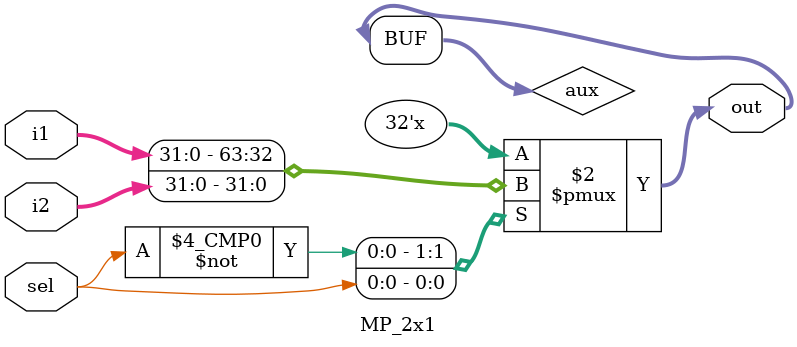
<source format=v>
/*
Multiplexor: Modulo que permite la entrada de multiples
señales y elegir una de ellas para establecer una salida única.
*/
module MP_2x1(
    input wire  [31:0]  i1,
    input wire  [31:0]  i2,
    input     sel,
    output wire [31:0] out
);
reg [31:0] aux;

always@(*)
    begin
        case(sel)
            1'b0:
                aux = i1;
            1'b1:
                aux = i2;
        endcase
    end
assign out = aux;

endmodule
</source>
